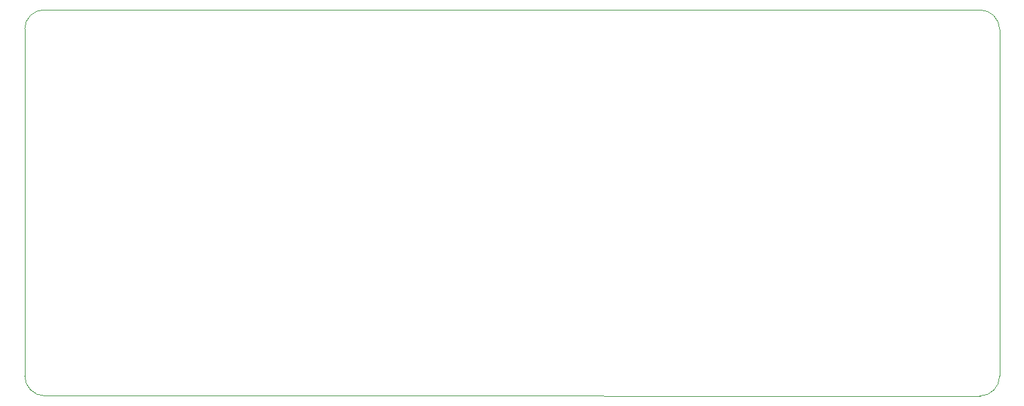
<source format=gm1>
%TF.GenerationSoftware,KiCad,Pcbnew,8.0.7*%
%TF.CreationDate,2025-02-07T13:56:59+02:00*%
%TF.ProjectId,W65C816 Debug Display,57363543-3831-4362-9044-656275672044,V1*%
%TF.SameCoordinates,Original*%
%TF.FileFunction,Profile,NP*%
%FSLAX46Y46*%
G04 Gerber Fmt 4.6, Leading zero omitted, Abs format (unit mm)*
G04 Created by KiCad (PCBNEW 8.0.7) date 2025-02-07 13:56:59*
%MOMM*%
%LPD*%
G01*
G04 APERTURE LIST*
%TA.AperFunction,Profile*%
%ADD10C,0.100000*%
%TD*%
G04 APERTURE END LIST*
D10*
X22923500Y-4762500D02*
X213415Y-4762500D01*
X-2349500Y-2199585D02*
X-2349500Y42659300D01*
X121071585Y45135800D02*
G75*
G02*
X123634500Y42572885I15J-2562900D01*
G01*
X123634500Y-2222500D02*
G75*
G02*
X121071585Y-4785400I-2562900J0D01*
G01*
X-2349500Y42659300D02*
G75*
G02*
X127000Y45135800I2476500J0D01*
G01*
X127000Y45135800D02*
X121071585Y45135800D01*
X213415Y-4762500D02*
G75*
G02*
X-2349500Y-2199585I-25J2562890D01*
G01*
X123634500Y-2222500D02*
X123634500Y42572885D01*
X22923500Y-4762500D02*
X24574500Y-4762500D01*
X121071585Y-4785415D02*
X24574500Y-4762500D01*
M02*

</source>
